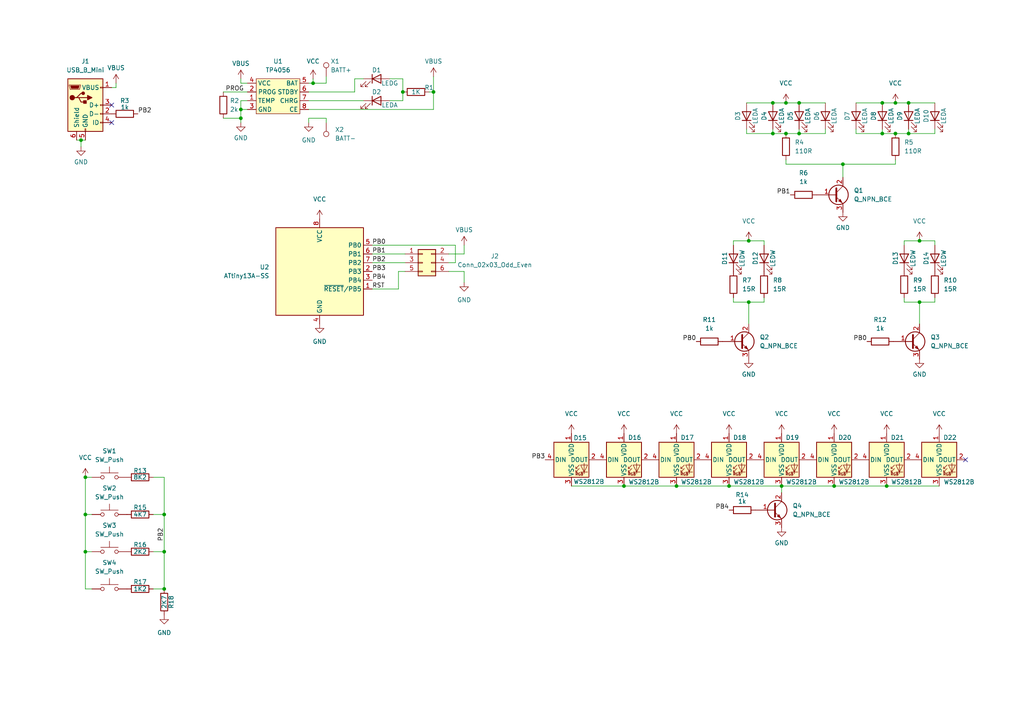
<source format=kicad_sch>
(kicad_sch (version 20211123) (generator eeschema)
  (paper "A4")
  (lib_symbols
    (symbol "BatteryProtection:TP4056"
      (property "Reference" "U" (at 0 0 0))
      (property "Value" "TP4056" (at 0 -1.27 0))
      (symbol "TP4056_0_1"
        (rectangle (start -6.35 -2.54) (end 6.35 -12.7) (fill (type background)))
      )
      (symbol "TP4056_1_1"
        (pin input line (at -8.89 -8.89 0) (length 2.54) (name "TEMP") (number "1"))
        (pin input line (at -8.89 -6.35 0) (length 2.54) (name "PROG") (number "2"))
        (pin power_in line (at -8.89 -11.43 0) (length 2.54) (name "GND") (number "3"))
        (pin power_in line (at -8.89 -3.81 0) (length 2.54) (name "VCC") (number "4"))
        (pin input line (at 8.89 -3.81 180) (length 2.54) (name "BAT") (number "5"))
        (pin input line (at 8.89 -6.35 180) (length 2.54) (name "STDBY") (number "6"))
        (pin input line (at 8.89 -8.89 180) (length 2.54) (name "CHRG") (number "7"))
        (pin input line (at 8.89 -11.43 180) (length 2.54) (name "CE") (number "8"))
      )
    )
    (symbol "Connector:TestPoint" (pin_numbers hide) (pin_names (offset 0.762) hide)
      (property "Reference" "TP" (at 0 6.858 0))
      (property "Value" "TestPoint" (at 0 5.08 0))
      (symbol "TestPoint_0_1"
        (circle (center 0 3.302) (radius 0.762))
      )
      (symbol "TestPoint_1_1"
        (pin passive line (at 0 0 90) (length 2.54) (name "1") (number "1"))
      )
    )
    (symbol "Connector:USB_B_Mini" (pin_names (offset 1.016))
      (property "Reference" "J1" (at 0 12.7 0))
      (property "Value" "USB_B_Mini" (at 0 10.16 0))
      (symbol "USB_B_Mini_0_1"
        (rectangle (start -5.08 -7.62) (end 5.08 7.62) (stroke (width 0.254)) (fill (type background)))
        (circle (center -3.81 2.159) (radius 0.635) (stroke (width 0.254)) (fill (type outline)))
        (circle (center -0.635 3.429) (radius 0.381) (stroke (width 0.254)) (fill (type outline)))
        (rectangle (start -0.127 -7.62) (end 0.127 -6.858))
        (polyline (pts (xy -1.905 2.159) (xy 0.635 2.159)) (stroke (width 0.254)))
        (polyline (pts (xy -3.175 2.159) (xy -2.54 2.159) (xy -1.27 3.429) (xy -0.635 3.429)) (stroke (width 0.254)))
        (polyline (pts (xy -2.54 2.159) (xy -1.905 2.159) (xy -1.27 0.889) (xy 0 0.889)) (stroke (width 0.254)))
        (polyline (pts (xy 0.635 2.794) (xy 0.635 1.524) (xy 1.905 2.159) (xy 0.635 2.794)) (stroke (width 0.254)) (fill (type outline)))
        (polyline (pts (xy -4.318 5.588) (xy -1.778 5.588) (xy -2.032 4.826) (xy -4.064 4.826) (xy -4.318 5.588)) (fill (type outline)))
        (polyline (pts (xy -4.699 5.842) (xy -4.699 5.588) (xy -4.445 4.826) (xy -4.445 4.572) (xy -1.651 4.572) (xy -1.651 4.826) (xy -1.397 5.588) (xy -1.397 5.842) (xy -4.699 5.842)))
        (rectangle (start 0.254 1.27) (end -0.508 0.508) (stroke (width 0.254)) (fill (type outline)))
        (rectangle (start 5.08 -5.207) (end 4.318 -4.953))
        (rectangle (start 5.08 -2.667) (end 4.318 -2.413))
        (rectangle (start 5.08 -0.127) (end 4.318 0.127))
        (rectangle (start 5.08 4.953) (end 4.318 5.207))
      )
      (symbol "USB_B_Mini_1_1"
        (pin power_out line (at 7.62 5.08 180) (length 2.54) (name "VBUS") (number "1"))
        (pin bidirectional line (at 7.62 -2.54 180) (length 2.54) (name "D-") (number "2"))
        (pin bidirectional line (at 7.62 0 180) (length 2.54) (name "D+") (number "3"))
        (pin passive line (at 7.62 -5.08 180) (length 2.54) (name "ID") (number "4"))
        (pin power_out line (at 0 -10.16 90) (length 2.54) (name "GND") (number "5"))
        (pin passive line (at -2.54 -10.16 90) (length 2.54) (name "Shield") (number "6"))
      )
    )
    (symbol "Connector_Generic:Conn_02x03_Odd_Even" (pin_names (offset 1.016) hide)
      (property "Reference" "J" (at 1.27 5.08 0))
      (property "Value" "Conn_02x03_Odd_Even" (at 1.27 -5.08 0))
      (symbol "Conn_02x03_Odd_Even_1_1"
        (rectangle (start -1.27 -2.413) (end 0 -2.667) (stroke (width 0.1524)))
        (rectangle (start -1.27 0.127) (end 0 -0.127) (stroke (width 0.1524)))
        (rectangle (start -1.27 2.667) (end 0 2.413) (stroke (width 0.1524)))
        (rectangle (start -1.27 3.81) (end 3.81 -3.81) (stroke (width 0.254)) (fill (type background)))
        (rectangle (start 3.81 -2.413) (end 2.54 -2.667) (stroke (width 0.1524)))
        (rectangle (start 3.81 0.127) (end 2.54 -0.127) (stroke (width 0.1524)))
        (rectangle (start 3.81 2.667) (end 2.54 2.413) (stroke (width 0.1524)))
        (pin passive line (at -5.08 2.54 0) (length 3.81) (name "Pin_1") (number "1"))
        (pin passive line (at 7.62 2.54 180) (length 3.81) (name "Pin_2") (number "2"))
        (pin passive line (at -5.08 0 0) (length 3.81) (name "Pin_3") (number "3"))
        (pin passive line (at 7.62 0 180) (length 3.81) (name "Pin_4") (number "4"))
        (pin passive line (at -5.08 -2.54 0) (length 3.81) (name "Pin_5") (number "5"))
        (pin passive line (at 7.62 -2.54 180) (length 3.81) (name "Pin_6") (number "6"))
      )
    )
    (symbol "Device:LED" (pin_numbers hide) (pin_names (offset 1.016) hide)
      (property "Reference" "D" (at 0 2.54 0))
      (property "Value" "LED" (at 0 -2.54 0))
      (symbol "LED_0_1"
        (polyline (pts (xy -1.27 -1.27) (xy -1.27 1.27)) (stroke (width 0.254)))
        (polyline (pts (xy -1.27 0) (xy 1.27 0)))
        (polyline (pts (xy 1.27 -1.27) (xy 1.27 1.27) (xy -1.27 0) (xy 1.27 -1.27)) (stroke (width 0.254)))
        (polyline (pts (xy -3.048 -0.762) (xy -4.572 -2.286) (xy -3.81 -2.286) (xy -4.572 -2.286) (xy -4.572 -1.524)))
        (polyline (pts (xy -1.778 -0.762) (xy -3.302 -2.286) (xy -2.54 -2.286) (xy -3.302 -2.286) (xy -3.302 -1.524)))
      )
      (symbol "LED_1_1"
        (pin passive line (at -3.81 0 0) (length 2.54) (name "K") (number "1"))
        (pin passive line (at 3.81 0 180) (length 2.54) (name "A") (number "2"))
      )
    )
    (symbol "Device:Q_NPN_BCE" (pin_names (offset 0) hide)
      (property "Reference" "Q" (at 5.08 1.27 0))
      (property "Value" "Q_NPN_BCE" (at 5.08 -1.27 0))
      (symbol "Q_NPN_BCE_0_1"
        (polyline (pts (xy 0.635 0.635) (xy 2.54 2.54)))
        (polyline (pts (xy 0.635 -0.635) (xy 2.54 -2.54) (xy 2.54 -2.54)))
        (polyline (pts (xy 0.635 1.905) (xy 0.635 -1.905) (xy 0.635 -1.905)) (stroke (width 0.508)))
        (polyline (pts (xy 1.27 -1.778) (xy 1.778 -1.27) (xy 2.286 -2.286) (xy 1.27 -1.778) (xy 1.27 -1.778)) (fill (type outline)))
        (circle (center 1.27 0) (radius 2.8194) (stroke (width 0.254)))
      )
      (symbol "Q_NPN_BCE_1_1"
        (pin input line (at -5.08 0 0) (length 5.715) (name "B") (number "1"))
        (pin passive line (at 2.54 5.08 270) (length 2.54) (name "C") (number "2"))
        (pin passive line (at 2.54 -5.08 90) (length 2.54) (name "E") (number "3"))
      )
    )
    (symbol "Device:R" (pin_numbers hide) (pin_names (offset 0))
      (property "Reference" "R" (at 2.032 0 90))
      (property "Value" "R" (at 0 0 90))
      (symbol "R_0_1"
        (rectangle (start -1.016 -2.54) (end 1.016 2.54) (stroke (width 0.254)))
      )
      (symbol "R_1_1"
        (pin passive line (at 0 3.81 270) (length 1.27) (name "~") (number "1"))
        (pin passive line (at 0 -3.81 90) (length 1.27) (name "~") (number "2"))
      )
    )
    (symbol "LED:WS2812B" (pin_names (offset 0.254))
      (property "Reference" "D" (at 5.08 5.715 0))
      (property "Value" "WS2812B" (at 1.27 -5.715 0))
      (symbol "WS2812B_0_0"
        (text "RGB" (at 2.286 -4.191 0) (effects (font (size 0.762 0.762))))
      )
      (symbol "WS2812B_0_1"
        (polyline (pts (xy 1.27 -3.556) (xy 1.778 -3.556)))
        (polyline (pts (xy 1.27 -2.54) (xy 1.778 -2.54)))
        (polyline (pts (xy 4.699 -3.556) (xy 2.667 -3.556)))
        (polyline (pts (xy 2.286 -2.54) (xy 1.27 -3.556) (xy 1.27 -3.048)))
        (polyline (pts (xy 2.286 -1.524) (xy 1.27 -2.54) (xy 1.27 -2.032)))
        (polyline (pts (xy 3.683 -1.016) (xy 3.683 -3.556) (xy 3.683 -4.064)))
        (polyline (pts (xy 4.699 -1.524) (xy 2.667 -1.524) (xy 3.683 -3.556) (xy 4.699 -1.524)))
        (rectangle (start 5.08 5.08) (end -5.08 -5.08) (stroke (width 0.254)) (fill (type background)))
      )
      (symbol "WS2812B_1_1"
        (pin power_in line (at 0 7.62 270) (length 2.54) (name "VDD") (number "1"))
        (pin output line (at 7.62 0 180) (length 2.54) (name "DOUT") (number "2"))
        (pin power_in line (at 0 -7.62 90) (length 2.54) (name "VSS") (number "3"))
        (pin input line (at -7.62 0 0) (length 2.54) (name "DIN") (number "4"))
      )
    )
    (symbol "MCU_Microchip_ATtiny:ATtiny13A-SS"
      (property "Reference" "U" (at -12.7 13.97 0))
      (property "Value" "ATtiny13A-SS" (at 2.54 -13.97 0))
      (symbol "ATtiny13A-SS_0_1"
        (rectangle (start -12.7 -12.7) (end 12.7 12.7) (stroke (width 0.254)) (fill (type background)))
      )
      (symbol "ATtiny13A-SS_1_1"
        (pin bidirectional line (at 15.24 -5.08 180) (length 2.54) (name "~{RESET}/PB5") (number "1"))
        (pin bidirectional line (at 15.24 0 180) (length 2.54) (name "PB3") (number "2"))
        (pin bidirectional line (at 15.24 -2.54 180) (length 2.54) (name "PB4") (number "3"))
        (pin power_in line (at 0 -15.24 90) (length 2.54) (name "GND") (number "4"))
        (pin bidirectional line (at 15.24 7.62 180) (length 2.54) (name "PB0") (number "5"))
        (pin bidirectional line (at 15.24 5.08 180) (length 2.54) (name "PB1") (number "6"))
        (pin bidirectional line (at 15.24 2.54 180) (length 2.54) (name "PB2") (number "7"))
        (pin power_in line (at 0 15.24 270) (length 2.54) (name "VCC") (number "8"))
      )
    )
    (symbol "Switch:SW_Push" (pin_numbers hide) (pin_names (offset 1.016) hide)
      (property "Reference" "SW" (at 1.27 2.54 0))
      (property "Value" "SW_Push" (at 0 -1.524 0))
      (symbol "SW_Push_0_1"
        (circle (center -2.032 0) (radius 0.508))
        (polyline (pts (xy 0 1.27) (xy 0 3.048)))
        (polyline (pts (xy 2.54 1.27) (xy -2.54 1.27)))
        (circle (center 2.032 0) (radius 0.508))
        (pin passive line (at -5.08 0 0) (length 2.54) (name "1") (number "1"))
        (pin passive line (at 5.08 0 180) (length 2.54) (name "2") (number "2"))
      )
    )
    (symbol "power:GND" (power) (pin_names (offset 0))
      (property "Value" "GND" (at 0 -3.81 0))
      (symbol "GND_0_1"
        (polyline (pts (xy 0 0) (xy 0 -1.27) (xy 1.27 -1.27) (xy 0 -2.54) (xy -1.27 -1.27) (xy 0 -1.27)))
      )
      (symbol "GND_1_1"
        (pin power_in line (at 0 0 270) (length 0) hide (name "GND") (number "1"))
      )
    )
    (symbol "power:VBUS" (power) (pin_names (offset 0))
      (property "Value" "VBUS" (at 0 3.81 0))
      (symbol "VBUS_0_1"
        (polyline (pts (xy -0.762 1.27) (xy 0 2.54)))
        (polyline (pts (xy 0 0) (xy 0 2.54)))
        (polyline (pts (xy 0 2.54) (xy 0.762 1.27)))
      )
      (symbol "VBUS_1_1"
        (pin power_in line (at 0 0 90) (length 0) hide (name "VBUS") (number "1"))
      )
    )
    (symbol "power:VCC" (power) (pin_names (offset 0))
      (property "Value" "VCC" (at 0 3.81 0))
      (symbol "VCC_0_1"
        (polyline (pts (xy -0.762 1.27) (xy 0 2.54)))
        (polyline (pts (xy 0 0) (xy 0 2.54)))
        (polyline (pts (xy 0 2.54) (xy 0.762 1.27)))
      )
      (symbol "VCC_1_1"
        (pin power_in line (at 0 0 90) (length 0) hide (name "VCC") (number "1"))
      )
    )
  )
  (junction (at 244.475 47.625))
  (junction (at 255.905 29.845))
  (junction (at 224.155 38.735))
  (junction (at 69.85 31.75))
  (junction (at 231.775 38.735))
  (junction (at 180.975 140.97))
  (junction (at 241.935 140.97))
  (junction (at 217.17 69.85))
  (junction (at 23.495 40.64))
  (junction (at 47.625 149.225))
  (junction (at 227.965 38.735))
  (junction (at 24.765 160.02))
  (junction (at 125.73 26.67))
  (junction (at 255.905 38.735))
  (junction (at 266.7 87.63))
  (junction (at 211.455 140.97))
  (junction (at 24.765 138.43))
  (junction (at 263.525 29.845))
  (junction (at 217.17 87.63))
  (junction (at 259.715 38.735))
  (junction (at 231.775 29.845))
  (junction (at 257.175 140.97))
  (junction (at 224.155 29.845))
  (junction (at 259.715 29.845))
  (junction (at 47.625 160.02))
  (junction (at 196.215 140.97))
  (junction (at 116.84 26.67))
  (junction (at 226.695 140.97))
  (junction (at 69.85 34.29))
  (junction (at 24.765 149.225))
  (junction (at 263.525 38.735))
  (junction (at 47.625 170.815))
  (junction (at 90.805 24.13))
  (junction (at 266.7 69.85))
  (junction (at 227.965 29.845))
  (no_connect (at 280.035 133.35))
  (no_connect (at 32.385 35.56))
  (no_connect (at 32.385 30.48))
  (wire (pts (xy 217.17 69.85) (xy 221.615 69.85)))
  (wire (pts (xy 22.225 40.64) (xy 23.495 40.64)))
  (wire (pts (xy 227.965 46.355) (xy 227.965 47.625)))
  (wire (pts (xy 107.95 76.2) (xy 117.475 76.2)))
  (wire (pts (xy 224.155 38.735) (xy 227.965 38.735)))
  (wire (pts (xy 47.625 138.43) (xy 47.625 149.225)))
  (wire (pts (xy 226.695 140.97) (xy 241.935 140.97)))
  (wire (pts (xy 64.77 26.67) (xy 71.755 26.67)))
  (wire (pts (xy 90.805 24.13) (xy 94.615 24.13)))
  (wire (pts (xy 116.84 22.86) (xy 116.84 26.67)))
  (wire (pts (xy 44.45 149.225) (xy 47.625 149.225)))
  (wire (pts (xy 94.615 24.13) (xy 94.615 22.225)))
  (wire (pts (xy 64.77 34.29) (xy 69.85 34.29)))
  (wire (pts (xy 24.765 170.815) (xy 24.765 160.02)))
  (wire (pts (xy 89.535 29.21) (xy 105.41 29.21)))
  (wire (pts (xy 262.255 69.85) (xy 266.7 69.85)))
  (wire (pts (xy 263.525 29.845) (xy 271.145 29.845)))
  (wire (pts (xy 224.155 29.845) (xy 227.965 29.845)))
  (wire (pts (xy 226.695 140.97) (xy 226.695 142.875)))
  (wire (pts (xy 255.905 29.845) (xy 259.715 29.845)))
  (wire (pts (xy 117.475 78.74) (xy 115.57 78.74)))
  (wire (pts (xy 216.535 29.845) (xy 224.155 29.845)))
  (wire (pts (xy 244.475 47.625) (xy 259.715 47.625)))
  (wire (pts (xy 217.17 87.63) (xy 217.17 93.98)))
  (wire (pts (xy 259.715 29.845) (xy 263.525 29.845)))
  (wire (pts (xy 266.7 69.85) (xy 271.145 69.85)))
  (wire (pts (xy 221.615 87.63) (xy 221.615 86.36)))
  (wire (pts (xy 71.755 31.75) (xy 69.85 31.75)))
  (wire (pts (xy 107.95 71.12) (xy 132.08 71.12)))
  (wire (pts (xy 24.765 149.225) (xy 24.765 138.43)))
  (wire (pts (xy 69.85 22.86) (xy 69.85 24.13)))
  (wire (pts (xy 255.905 38.735) (xy 259.715 38.735)))
  (wire (pts (xy 94.615 34.29) (xy 89.535 34.29)))
  (wire (pts (xy 216.535 38.735) (xy 224.155 38.735)))
  (wire (pts (xy 89.535 34.29) (xy 89.535 35.56)))
  (wire (pts (xy 26.67 170.815) (xy 24.765 170.815)))
  (wire (pts (xy 23.495 40.64) (xy 24.765 40.64)))
  (wire (pts (xy 24.765 138.43) (xy 26.67 138.43)))
  (wire (pts (xy 116.84 29.21) (xy 116.84 26.67)))
  (wire (pts (xy 132.08 76.2) (xy 132.08 71.12)))
  (wire (pts (xy 231.775 37.465) (xy 231.775 38.735)))
  (wire (pts (xy 263.525 37.465) (xy 263.525 38.735)))
  (wire (pts (xy 248.285 37.465) (xy 248.285 38.735)))
  (wire (pts (xy 69.85 29.21) (xy 69.85 31.75)))
  (wire (pts (xy 262.255 87.63) (xy 266.7 87.63)))
  (wire (pts (xy 130.175 76.2) (xy 132.08 76.2)))
  (wire (pts (xy 33.655 24.13) (xy 33.655 25.4)))
  (wire (pts (xy 262.255 86.36) (xy 262.255 87.63)))
  (wire (pts (xy 130.175 73.66) (xy 134.62 73.66)))
  (wire (pts (xy 263.525 38.735) (xy 271.145 38.735)))
  (wire (pts (xy 113.03 29.21) (xy 116.84 29.21)))
  (wire (pts (xy 71.755 29.21) (xy 69.85 29.21)))
  (wire (pts (xy 259.715 38.735) (xy 263.525 38.735)))
  (wire (pts (xy 26.67 160.02) (xy 24.765 160.02)))
  (wire (pts (xy 259.715 47.625) (xy 259.715 46.355)))
  (wire (pts (xy 107.95 73.66) (xy 117.475 73.66)))
  (wire (pts (xy 231.775 38.735) (xy 239.395 38.735)))
  (wire (pts (xy 266.7 87.63) (xy 271.145 87.63)))
  (wire (pts (xy 239.395 38.735) (xy 239.395 37.465)))
  (wire (pts (xy 44.45 138.43) (xy 47.625 138.43)))
  (wire (pts (xy 90.805 22.86) (xy 90.805 24.13)))
  (wire (pts (xy 24.765 149.225) (xy 26.67 149.225)))
  (wire (pts (xy 130.175 78.74) (xy 134.62 78.74)))
  (wire (pts (xy 124.46 26.67) (xy 125.73 26.67)))
  (wire (pts (xy 24.765 160.02) (xy 24.765 149.225)))
  (wire (pts (xy 227.965 38.735) (xy 231.775 38.735)))
  (wire (pts (xy 180.975 140.97) (xy 196.215 140.97)))
  (wire (pts (xy 125.73 22.225) (xy 125.73 26.67)))
  (wire (pts (xy 212.725 71.12) (xy 212.725 69.85)))
  (wire (pts (xy 69.85 24.13) (xy 71.755 24.13)))
  (wire (pts (xy 44.45 170.815) (xy 47.625 170.815)))
  (wire (pts (xy 217.17 87.63) (xy 221.615 87.63)))
  (wire (pts (xy 196.215 140.97) (xy 211.455 140.97)))
  (wire (pts (xy 216.535 37.465) (xy 216.535 38.735)))
  (wire (pts (xy 212.725 86.36) (xy 212.725 87.63)))
  (wire (pts (xy 94.615 35.56) (xy 94.615 34.29)))
  (wire (pts (xy 248.285 29.845) (xy 255.905 29.845)))
  (wire (pts (xy 271.145 69.85) (xy 271.145 71.12)))
  (wire (pts (xy 212.725 87.63) (xy 217.17 87.63)))
  (wire (pts (xy 266.7 87.63) (xy 266.7 93.98)))
  (wire (pts (xy 115.57 83.82) (xy 107.95 83.82)))
  (wire (pts (xy 115.57 78.74) (xy 115.57 83.82)))
  (wire (pts (xy 33.655 25.4) (xy 32.385 25.4)))
  (wire (pts (xy 221.615 69.85) (xy 221.615 71.12)))
  (wire (pts (xy 165.735 140.97) (xy 180.975 140.97)))
  (wire (pts (xy 89.535 26.67) (xy 102.87 26.67)))
  (wire (pts (xy 257.175 140.97) (xy 272.415 140.97)))
  (wire (pts (xy 134.62 73.66) (xy 134.62 71.12)))
  (wire (pts (xy 262.255 71.12) (xy 262.255 69.85)))
  (wire (pts (xy 244.475 47.625) (xy 244.475 51.435)))
  (wire (pts (xy 227.965 29.845) (xy 231.775 29.845)))
  (wire (pts (xy 227.965 47.625) (xy 244.475 47.625)))
  (wire (pts (xy 212.725 69.85) (xy 217.17 69.85)))
  (wire (pts (xy 231.775 29.845) (xy 239.395 29.845)))
  (wire (pts (xy 271.145 87.63) (xy 271.145 86.36)))
  (wire (pts (xy 248.285 38.735) (xy 255.905 38.735)))
  (wire (pts (xy 44.45 160.02) (xy 47.625 160.02)))
  (wire (pts (xy 102.87 22.86) (xy 105.41 22.86)))
  (wire (pts (xy 134.62 78.74) (xy 134.62 81.915)))
  (wire (pts (xy 47.625 149.225) (xy 47.625 160.02)))
  (wire (pts (xy 255.905 37.465) (xy 255.905 38.735)))
  (wire (pts (xy 69.85 31.75) (xy 69.85 34.29)))
  (wire (pts (xy 271.145 38.735) (xy 271.145 37.465)))
  (wire (pts (xy 90.805 24.13) (xy 89.535 24.13)))
  (wire (pts (xy 224.155 37.465) (xy 224.155 38.735)))
  (wire (pts (xy 113.03 22.86) (xy 116.84 22.86)))
  (wire (pts (xy 211.455 140.97) (xy 226.695 140.97)))
  (wire (pts (xy 125.73 26.67) (xy 125.73 31.75)))
  (wire (pts (xy 241.935 140.97) (xy 257.175 140.97)))
  (wire (pts (xy 89.535 31.75) (xy 125.73 31.75)))
  (wire (pts (xy 23.495 40.64) (xy 23.495 42.545)))
  (wire (pts (xy 102.87 26.67) (xy 102.87 22.86)))
  (wire (pts (xy 69.85 34.29) (xy 69.85 35.56)))
  (wire (pts (xy 47.625 160.02) (xy 47.625 170.815)))
  (label "PB2" (at 40.005 33.02 0))
  (label "PB0" (at 107.95 71.12 0))
  (label "PB0" (at 251.46 99.06 180))
  (label "PB2" (at 47.625 153.035 270))
  (label "PROG" (at 65.405 26.67 0))
  (label "PB4" (at 107.95 81.28 0))
  (label "PB3" (at 158.115 133.35 180))
  (label "PB0" (at 201.93 99.06 180))
  (label "PB3" (at 107.95 78.74 0))
  (label "RST" (at 107.95 83.82 0))
  (label "PB1" (at 107.95 73.66 0))
  (label "PB2" (at 107.95 76.2 0))
  (label "PB4" (at 211.455 147.955 180))
  (label "PB1" (at 229.235 56.515 180))
  (symbol (lib_id "Device:LED") (at 271.145 33.655 90) (unit 1)
    (property "Reference" "D10" (at 268.605 33.655 0))
    (property "Value" "LEDA" (at 273.685 33.655 0))
    (property "Footprint" "LED_SMD:LED_0805_2012Metric_Pad1.15x1.40mm_HandSolder" (effects hide))
    (property "Datasheet" "https://www.lcsc.com/product-detail/Light-Emitting-Diodes-LED_Everlight-Elec-17-21SURC-S530-A3-4T_C2943978.html" (effects hide))
    (property "Price" "0.017" (effects hide))
  )
  (symbol (lib_id "power:GND") (at 244.475 61.595 0) (unit 1)
    (property "Reference" "#PWR010" (effects hide))
    (property "Value" "GND" (at 244.475 66.04 0))
  )
  (symbol (lib_id "Device:LED") (at 221.615 74.93 90) (unit 1)
    (property "Reference" "D12" (at 219.075 74.93 0))
    (property "Value" "LEDW" (at 224.155 74.93 0))
    (property "Footprint" "LED_SMD:LED_PLCC-2" (effects hide))
    (property "Datasheet" "https://www.lcsc.com/product-detail/Light-Emitting-Diodes-LED_Everlight-Elec-67-21S-KK5C-H302433Z6-2T_C694704.html" (effects hide))
    (property "Price" "0.010" (effects hide))
  )
  (symbol (lib_id "LED:WS2812B") (at 211.455 133.35 0) (unit 1)
    (property "Reference" "D18" (at 216.535 127.635 0) (effects (justify right bottom)))
    (property "Value" "WS2812B" (at 212.725 139.065 0) (effects (justify left top)))
    (property "Footprint" "LED_SMD:LED_WS2812B_PLCC4_5.0x5.0mm_P3.2mm" (effects hide))
    (property "Datasheet" "https://cdn-shop.adafruit.com/datasheets/WS2812B.pdf" (effects hide))
    (property "Price" "0.047" (effects hide))
  )
  (symbol (lib_id "Device:R") (at 259.715 42.545 180) (unit 1)
    (property "Reference" "R5" (at 262.255 41.2749 0) (effects (justify right)))
    (property "Value" "110R" (at 262.255 43.8149 0) (effects (justify right)))
    (property "Footprint" "Resistor_SMD:R_1206_3216Metric_Pad1.30x1.75mm_HandSolder" (effects hide))
    (property "Datasheet" "https://www.lcsc.com/product-detail/Chip-Resistor-Surface-Mount_FOJAN-FRC1206J111TSD_C2930344.html" (effects hide))
    (property "Price" "0.0021" (effects hide))
  )
  (symbol (lib_id "Connector_Generic:Conn_02x03_Odd_Even") (at 122.555 76.2 0) (unit 1)
    (property "Reference" "J2" (at 143.51 74.295 0))
    (property "Value" "Conn_02x03_Odd_Even" (at 143.51 76.835 0))
    (property "Footprint" "Connector_PinHeader_2.54mm:PinHeader_2x03_P2.54mm_Vertical" (effects hide))
    (property "Price" "0" (effects hide))
  )
  (symbol (lib_id "Device:R") (at 40.64 149.225 90) (unit 1)
    (property "Reference" "R15" (at 40.64 147.193 90))
    (property "Value" "4K7" (at 40.64 149.225 90))
    (property "Footprint" "Resistor_SMD:R_1206_3216Metric_Pad1.30x1.75mm_HandSolder" (effects hide))
    (property "Price" "0.0021" (effects hide))
  )
  (symbol (lib_id "power:VCC") (at 227.965 29.845 0) (unit 1)
    (property "Reference" "#PWR05" (effects hide))
    (property "Value" "VCC" (at 227.965 24.13 0))
  )
  (symbol (lib_id "power:VBUS") (at 125.73 22.225 0) (unit 1)
    (property "Reference" "#PWR01" (effects hide))
    (property "Value" "VBUS" (at 125.73 17.78 0))
  )
  (symbol (lib_id "Device:R") (at 215.265 147.955 90) (unit 1)
    (property "Reference" "R14" (at 215.265 143.51 90))
    (property "Value" "1k" (at 215.265 145.415 90))
    (property "Footprint" "Resistor_SMD:R_1206_3216Metric_Pad1.30x1.75mm_HandSolder" (effects hide))
    (property "Price" "0.0021" (effects hide))
  )
  (symbol (lib_id "Device:R") (at 36.195 33.02 90) (unit 1)
    (property "Reference" "R3" (at 36.195 29.21 90))
    (property "Value" "1k" (at 36.195 31.115 90))
    (property "Footprint" "Resistor_SMD:R_1206_3216Metric_Pad1.30x1.75mm_HandSolder" (effects hide))
    (property "Price" "0.0021" (effects hide))
  )
  (symbol (lib_id "Device:R") (at 205.74 99.06 90) (unit 1)
    (property "Reference" "R11" (at 205.74 92.71 90))
    (property "Value" "1k" (at 205.74 95.25 90))
    (property "Footprint" "Resistor_SMD:R_1206_3216Metric_Pad1.30x1.75mm_HandSolder" (effects hide))
    (property "Price" "0.0021" (effects hide))
  )
  (symbol (lib_id "LED:WS2812B") (at 241.935 133.35 0) (unit 1)
    (property "Reference" "D20" (at 247.015 127.635 0) (effects (justify right bottom)))
    (property "Value" "WS2812B" (at 243.205 139.065 0) (effects (justify left top)))
    (property "Footprint" "LED_SMD:LED_WS2812B_PLCC4_5.0x5.0mm_P3.2mm" (effects hide))
    (property "Datasheet" "https://cdn-shop.adafruit.com/datasheets/WS2812B.pdf" (effects hide))
    (property "Price" "0.047" (effects hide))
  )
  (symbol (lib_id "Device:R") (at 233.045 56.515 90) (unit 1)
    (property "Reference" "R6" (at 233.045 50.165 90))
    (property "Value" "1k" (at 233.045 52.705 90))
    (property "Footprint" "Resistor_SMD:R_1206_3216Metric_Pad1.30x1.75mm_HandSolder" (effects hide))
    (property "Price" "0.0021" (effects hide))
  )
  (symbol (lib_id "Device:R") (at 212.725 82.55 180) (unit 1)
    (property "Reference" "R7" (at 215.265 81.2799 0) (effects (justify right)))
    (property "Value" "15R" (at 215.265 83.8199 0) (effects (justify right)))
    (property "Footprint" "Resistor_SMD:R_1206_3216Metric_Pad1.30x1.75mm_HandSolder" (effects hide))
    (property "Datasheet" "https://www.lcsc.com/product-detail/Chip-Resistor-Surface-Mount_FOJAN-FRC1206J150TSD_C2930350.html" (effects hide))
    (property "Price" "0.0021" (effects hide))
  )
  (symbol (lib_id "power:GND") (at 217.17 104.14 0) (unit 1)
    (property "Reference" "#PWR017" (effects hide))
    (property "Value" "GND" (at 217.17 108.585 0))
  )
  (symbol (lib_id "power:GND") (at 92.71 93.98 0) (unit 1)
    (property "Reference" "#PWR016" (effects hide))
    (property "Value" "GND" (at 92.71 99.06 0))
  )
  (symbol (lib_id "LED:WS2812B") (at 196.215 133.35 0) (unit 1)
    (property "Reference" "D17" (at 201.295 127.635 0) (effects (justify right bottom)))
    (property "Value" "WS2812B" (at 197.485 139.065 0) (effects (justify left top)))
    (property "Footprint" "LED_SMD:LED_WS2812B_PLCC4_5.0x5.0mm_P3.2mm" (effects hide))
    (property "Datasheet" "https://cdn-shop.adafruit.com/datasheets/WS2812B.pdf" (effects hide))
    (property "Price" "0.047" (effects hide))
  )
  (symbol (lib_id "power:VCC") (at 92.71 63.5 0) (unit 1)
    (property "Reference" "#PWR011" (effects hide))
    (property "Value" "VCC" (at 92.71 57.785 0))
  )
  (symbol (lib_id "power:GND") (at 47.625 178.435 0) (unit 1)
    (property "Reference" "#PWR029" (effects hide))
    (property "Value" "GND" (at 47.625 183.515 0))
  )
  (symbol (lib_id "Device:LED") (at 109.22 22.86 0) (unit 1)
    (property "Reference" "D1" (at 109.22 20.32 0))
    (property "Value" "LEDG" (at 113.03 24.13 0))
    (property "Footprint" "LED_SMD:LED_0805_2012Metric_Pad1.15x1.40mm_HandSolder" (effects hide))
    (property "Datasheet" "https://www.lcsc.com/product-detail/Light-Emitting-Diodes-LED_Everlight-Elec-17-21SURC-S530-A3-4T_C2943978.html" (effects hide))
    (property "Price" "0.017" (effects hide))
  )
  (symbol (lib_id "Device:LED") (at 224.155 33.655 90) (unit 1)
    (property "Reference" "D4" (at 221.615 33.655 0))
    (property "Value" "LEDA" (at 226.695 33.655 0))
    (property "Footprint" "LED_SMD:LED_0805_2012Metric_Pad1.15x1.40mm_HandSolder" (effects hide))
    (property "Datasheet" "https://www.lcsc.com/product-detail/Light-Emitting-Diodes-LED_Everlight-Elec-17-21SURC-S530-A3-4T_C2943978.html" (effects hide))
    (property "Price" "0.017" (effects hide))
  )
  (symbol (lib_id "power:GND") (at 69.85 35.56 0) (unit 1)
    (property "Reference" "#PWR07" (effects hide))
    (property "Value" "GND" (at 69.85 40.005 0))
  )
  (symbol (lib_id "Device:Q_NPN_BCE") (at 214.63 99.06 0) (unit 1)
    (property "Reference" "Q2" (at 220.345 97.7899 0) (effects (justify left)))
    (property "Value" "Q_NPN_BCE" (at 220.345 100.3299 0) (effects (justify left)))
    (property "Footprint" "Package_TO_SOT_SMD:SOT-23" (effects hide))
    (property "Datasheet" "https://www.lcsc.com/product-detail/Bipolar-Transistors-BJT_TWGMC-S9013_C727139.html" (effects hide))
    (property "Price" "0.007" (effects hide))
  )
  (symbol (lib_id "Device:LED") (at 212.725 74.93 90) (unit 1)
    (property "Reference" "D11" (at 210.185 74.93 0))
    (property "Value" "LEDW" (at 215.265 74.93 0))
    (property "Footprint" "LED_SMD:LED_PLCC-2" (effects hide))
    (property "Datasheet" "https://www.lcsc.com/product-detail/Light-Emitting-Diodes-LED_Everlight-Elec-67-21S-KK5C-H302433Z6-2T_C694704.html" (effects hide))
    (property "Price" "0.010" (effects hide))
  )
  (symbol (lib_id "Switch:SW_Push") (at 31.75 170.815 0) (unit 1)
    (property "Reference" "SW4" (at 31.75 163.195 0))
    (property "Value" "SW_Push" (at 31.75 165.735 0))
    (property "Footprint" "Button_Switch_SMD:SW_SPST_CK_RS282G05A3" (effects hide))
    (property "Datasheet" "https://www.lcsc.com/product-detail/Tactile-Switches_XKB-Connectivity-TS-1101-C-W_C318938.html" (effects hide))
    (property "Price" "0.028" (effects hide))
  )
  (symbol (lib_id "Device:LED") (at 271.145 74.93 90) (unit 1)
    (property "Reference" "D14" (at 268.605 74.93 0))
    (property "Value" "LEDW" (at 273.685 74.93 0))
    (property "Footprint" "LED_SMD:LED_PLCC-2" (effects hide))
    (property "Datasheet" "https://www.lcsc.com/product-detail/Light-Emitting-Diodes-LED_Everlight-Elec-67-21S-KK5C-H302433Z6-2T_C694704.html" (effects hide))
    (property "Price" "0.010" (effects hide))
  )
  (symbol (lib_id "power:VCC") (at 90.805 22.86 0) (unit 1)
    (property "Reference" "#PWR03" (effects hide))
    (property "Value" "VCC" (at 90.805 17.78 0))
  )
  (symbol (lib_id "LED:WS2812B") (at 165.735 133.35 0) (unit 1)
    (property "Reference" "D15" (at 168.275 127 0))
    (property "Value" "WS2812B" (at 170.815 139.7 0))
    (property "Footprint" "LED_SMD:LED_WS2812B_PLCC4_5.0x5.0mm_P3.2mm" (effects hide))
    (property "Datasheet" "https://cdn-shop.adafruit.com/datasheets/WS2812B.pdf" (effects hide))
    (property "Price" "0.047" (effects hide))
  )
  (symbol (lib_id "power:GND") (at 89.535 35.56 0) (mirror y) (unit 1)
    (property "Reference" "#PWR08" (effects hide))
    (property "Value" "GND" (at 89.535 40.64 0))
  )
  (symbol (lib_id "Device:Q_NPN_BCE") (at 264.16 99.06 0) (unit 1)
    (property "Reference" "Q3" (at 269.875 97.7899 0) (effects (justify left)))
    (property "Value" "Q_NPN_BCE" (at 269.875 100.3299 0) (effects (justify left)))
    (property "Footprint" "Package_TO_SOT_SMD:SOT-23" (effects hide))
    (property "Datasheet" "https://www.lcsc.com/product-detail/Bipolar-Transistors-BJT_TWGMC-S9013_C727139.html" (effects hide))
    (property "Price" "0.007" (effects hide))
  )
  (symbol (lib_id "power:VCC") (at 272.415 125.73 0) (unit 1)
    (property "Reference" "#PWR026" (effects hide))
    (property "Value" "VCC" (at 272.415 120.015 0))
  )
  (symbol (lib_id "Switch:SW_Push") (at 31.75 138.43 0) (unit 1)
    (property "Reference" "SW1" (at 31.75 130.81 0))
    (property "Value" "SW_Push" (at 31.75 133.35 0))
    (property "Footprint" "Button_Switch_SMD:SW_SPST_CK_RS282G05A3" (effects hide))
    (property "Datasheet" "https://www.lcsc.com/product-detail/Tactile-Switches_XKB-Connectivity-TS-1101-C-W_C318938.html" (effects hide))
    (property "Price" "0.028" (effects hide))
  )
  (symbol (lib_id "power:VBUS") (at 69.85 22.86 0) (unit 1)
    (property "Reference" "#PWR02" (effects hide))
    (property "Value" "VBUS" (at 69.85 18.415 0))
  )
  (symbol (lib_id "Connector:USB_B_Mini") (at 24.765 30.48 0) (unit 1)
    (property "Reference" "J1" (at 24.765 17.78 0))
    (property "Value" "USB_B_Mini" (at 24.765 20.32 0))
    (property "Footprint" "Connector_USB:USB_Mini-B_Lumberg_2486_01_Horizontal" (effects hide))
    (property "Datasheet" "https://www.lcsc.com/product-detail/USB-Connectors_SHOU-HAN-MINI-5PTP_C2681563.html" (effects hide))
    (property "Price" "0.055" (effects hide))
  )
  (symbol (lib_id "Device:LED") (at 255.905 33.655 90) (unit 1)
    (property "Reference" "D8" (at 253.365 33.655 0))
    (property "Value" "LEDA" (at 258.445 33.655 0))
    (property "Footprint" "LED_SMD:LED_0805_2012Metric_Pad1.15x1.40mm_HandSolder" (effects hide))
    (property "Datasheet" "https://www.lcsc.com/product-detail/Light-Emitting-Diodes-LED_Everlight-Elec-17-21SURC-S530-A3-4T_C2943978.html" (effects hide))
    (property "Price" "0.017" (effects hide))
  )
  (symbol (lib_id "Connector:TestPoint") (at 94.615 22.225 0) (unit 1)
    (property "Reference" "X1" (at 95.885 17.78 0) (effects (justify left)))
    (property "Value" "BATT+" (at 95.885 20.32 0) (effects (justify left)))
    (property "Footprint" "TestPoint:TestPoint_Keystone_5015_Micro-Minature" (effects hide))
    (property "Price" "0" (effects hide))
  )
  (symbol (lib_id "power:VCC") (at 266.7 69.85 0) (unit 1)
    (property "Reference" "#PWR013" (effects hide))
    (property "Value" "VCC" (at 266.7 64.135 0))
  )
  (symbol (lib_id "Device:LED") (at 231.775 33.655 90) (unit 1)
    (property "Reference" "D5" (at 229.235 33.655 0))
    (property "Value" "LEDA" (at 234.315 33.655 0))
    (property "Footprint" "LED_SMD:LED_0805_2012Metric_Pad1.15x1.40mm_HandSolder" (effects hide))
    (property "Datasheet" "https://www.lcsc.com/product-detail/Light-Emitting-Diodes-LED_Everlight-Elec-17-21SURC-S530-A3-4T_C2943978.html" (effects hide))
    (property "Price" "0.017" (effects hide))
  )
  (symbol (lib_id "Device:R") (at 262.255 82.55 180) (unit 1)
    (property "Reference" "R9" (at 264.795 81.2799 0) (effects (justify right)))
    (property "Value" "15R" (at 264.795 83.8199 0) (effects (justify right)))
    (property "Footprint" "Resistor_SMD:R_1206_3216Metric_Pad1.30x1.75mm_HandSolder" (effects hide))
    (property "Datasheet" "https://www.lcsc.com/product-detail/Chip-Resistor-Surface-Mount_FOJAN-FRC1206J150TSD_C2930350.html" (effects hide))
    (property "Price" "0.0021" (effects hide))
  )
  (symbol (lib_id "power:VCC") (at 211.455 125.73 0) (unit 1)
    (property "Reference" "#PWR022" (effects hide))
    (property "Value" "VCC" (at 211.455 120.015 0))
  )
  (symbol (lib_id "Device:R") (at 255.27 99.06 90) (unit 1)
    (property "Reference" "R12" (at 255.27 92.71 90))
    (property "Value" "1k" (at 255.27 95.25 90))
    (property "Footprint" "Resistor_SMD:R_1206_3216Metric_Pad1.30x1.75mm_HandSolder" (effects hide))
    (property "Price" "0.0021" (effects hide))
  )
  (symbol (lib_id "power:VCC") (at 241.935 125.73 0) (unit 1)
    (property "Reference" "#PWR024" (effects hide))
    (property "Value" "VCC" (at 241.935 120.015 0))
  )
  (symbol (lib_id "Device:R") (at 47.625 174.625 0) (unit 1)
    (property "Reference" "R18" (at 49.657 174.625 90))
    (property "Value" "2K7" (at 47.625 174.625 90))
    (property "Footprint" "Resistor_SMD:R_1206_3216Metric_Pad1.30x1.75mm_HandSolder" (effects hide))
    (property "Price" "0.0021" (effects hide))
  )
  (symbol (lib_id "Device:LED") (at 262.255 74.93 90) (unit 1)
    (property "Reference" "D13" (at 259.715 74.93 0))
    (property "Value" "LEDW" (at 264.795 74.93 0))
    (property "Footprint" "LED_SMD:LED_PLCC-2" (effects hide))
    (property "Datasheet" "https://www.lcsc.com/product-detail/Light-Emitting-Diodes-LED_Everlight-Elec-67-21S-KK5C-H302433Z6-2T_C694704.html" (effects hide))
    (property "Price" "0.010" (effects hide))
  )
  (symbol (lib_id "power:VBUS") (at 134.62 71.12 0) (unit 1)
    (property "Reference" "#PWR014" (effects hide))
    (property "Value" "VBUS" (at 134.62 66.675 0))
  )
  (symbol (lib_id "power:VCC") (at 226.695 125.73 0) (unit 1)
    (property "Reference" "#PWR023" (effects hide))
    (property "Value" "VCC" (at 226.695 120.015 0))
  )
  (symbol (lib_id "power:VCC") (at 217.17 69.85 0) (unit 1)
    (property "Reference" "#PWR012" (effects hide))
    (property "Value" "VCC" (at 217.17 64.135 0))
  )
  (symbol (lib_id "Device:R") (at 40.64 170.815 90) (unit 1)
    (property "Reference" "R17" (at 40.64 168.783 90))
    (property "Value" "1K2" (at 40.64 170.815 90))
    (property "Footprint" "Resistor_SMD:R_1206_3216Metric_Pad1.30x1.75mm_HandSolder" (effects hide))
    (property "Price" "0.0021" (effects hide))
  )
  (symbol (lib_id "Device:R") (at 227.965 42.545 180) (unit 1)
    (property "Reference" "R4" (at 230.505 41.2749 0) (effects (justify right)))
    (property "Value" "110R" (at 230.505 43.8149 0) (effects (justify right)))
    (property "Footprint" "Resistor_SMD:R_1206_3216Metric_Pad1.30x1.75mm_HandSolder" (effects hide))
    (property "Datasheet" "https://www.lcsc.com/product-detail/Chip-Resistor-Surface-Mount_FOJAN-FRC1206J111TSD_C2930344.html" (effects hide))
    (property "Price" "0.0021" (effects hide))
  )
  (symbol (lib_id "power:GND") (at 266.7 104.14 0) (unit 1)
    (property "Reference" "#PWR018" (effects hide))
    (property "Value" "GND" (at 266.7 108.585 0))
  )
  (symbol (lib_id "Switch:SW_Push") (at 31.75 160.02 0) (unit 1)
    (property "Reference" "SW3" (at 31.75 152.4 0))
    (property "Value" "SW_Push" (at 31.75 154.94 0))
    (property "Footprint" "Button_Switch_SMD:SW_SPST_CK_RS282G05A3" (effects hide))
    (property "Datasheet" "https://www.lcsc.com/product-detail/Tactile-Switches_XKB-Connectivity-TS-1101-C-W_C318938.html" (effects hide))
    (property "Price" "0.028" (effects hide))
  )
  (symbol (lib_id "Device:Q_NPN_BCE") (at 224.155 147.955 0) (unit 1)
    (property "Reference" "Q4" (at 229.87 146.6849 0) (effects (justify left)))
    (property "Value" "Q_NPN_BCE" (at 229.87 149.2249 0) (effects (justify left)))
    (property "Footprint" "Package_TO_SOT_SMD:SOT-23" (effects hide))
    (property "Datasheet" "https://www.lcsc.com/product-detail/Bipolar-Transistors-BJT_TWGMC-S9013_C727139.html" (effects hide))
    (property "Price" "0.007" (effects hide))
  )
  (symbol (lib_id "Connector:TestPoint") (at 94.615 35.56 180) (unit 1)
    (property "Reference" "X2" (at 97.155 37.5919 0) (effects (justify right)))
    (property "Value" "BATT-" (at 97.155 40.1319 0) (effects (justify right)))
    (property "Footprint" "TestPoint:TestPoint_Keystone_5015_Micro-Minature" (effects hide))
    (property "Price" "0" (effects hide))
  )
  (symbol (lib_id "power:VCC") (at 180.975 125.73 0) (unit 1)
    (property "Reference" "#PWR020" (effects hide))
    (property "Value" "VCC" (at 180.975 120.015 0))
  )
  (symbol (lib_id "Device:R") (at 64.77 30.48 0) (unit 1)
    (property "Reference" "R2" (at 66.675 29.21 0) (effects (justify left)))
    (property "Value" "2k" (at 66.675 31.75 0) (effects (justify left)))
    (property "Footprint" "Resistor_SMD:R_1206_3216Metric_Pad1.30x1.75mm_HandSolder" (effects hide))
    (property "Price" "0.0021" (effects hide))
  )
  (symbol (lib_id "LED:WS2812B") (at 257.175 133.35 0) (unit 1)
    (property "Reference" "D21" (at 262.255 127.635 0) (effects (justify right bottom)))
    (property "Value" "WS2812B" (at 258.445 139.065 0) (effects (justify left top)))
    (property "Footprint" "LED_SMD:LED_WS2812B_PLCC4_5.0x5.0mm_P3.2mm" (effects hide))
    (property "Datasheet" "https://cdn-shop.adafruit.com/datasheets/WS2812B.pdf" (effects hide))
    (property "Price" "0.047" (effects hide))
  )
  (symbol (lib_id "power:VCC") (at 259.715 29.845 0) (unit 1)
    (property "Reference" "#PWR06" (effects hide))
    (property "Value" "VCC" (at 259.715 24.13 0))
  )
  (symbol (lib_id "Device:R") (at 40.64 138.43 90) (unit 1)
    (property "Reference" "R13" (at 40.64 136.525 90))
    (property "Value" "8K2" (at 40.64 138.43 90))
    (property "Footprint" "Resistor_SMD:R_1206_3216Metric_Pad1.30x1.75mm_HandSolder" (effects hide))
    (property "Price" "0.0021" (effects hide))
  )
  (symbol (lib_id "power:GND") (at 134.62 81.915 0) (unit 1)
    (property "Reference" "#PWR015" (effects hide))
    (property "Value" "GND" (at 134.62 86.995 0))
  )
  (symbol (lib_id "Device:LED") (at 216.535 33.655 90) (unit 1)
    (property "Reference" "D3" (at 213.995 33.655 0))
    (property "Value" "LEDA" (at 219.075 33.655 0))
    (property "Footprint" "LED_SMD:LED_0805_2012Metric_Pad1.15x1.40mm_HandSolder" (effects hide))
    (property "Datasheet" "https://www.lcsc.com/product-detail/Light-Emitting-Diodes-LED_Everlight-Elec-17-21SURC-S530-A3-4T_C2943978.html" (effects hide))
    (property "Price" "0.017" (effects hide))
  )
  (symbol (lib_id "Switch:SW_Push") (at 31.75 149.225 0) (unit 1)
    (property "Reference" "SW2" (at 31.75 141.605 0))
    (property "Value" "SW_Push" (at 31.75 144.145 0))
    (property "Footprint" "Button_Switch_SMD:SW_SPST_CK_RS282G05A3" (effects hide))
    (property "Datasheet" "https://www.lcsc.com/product-detail/Tactile-Switches_XKB-Connectivity-TS-1101-C-W_C318938.html" (effects hide))
    (property "Price" "0.028" (effects hide))
  )
  (symbol (lib_id "MCU_Microchip_ATtiny:ATtiny13A-SS") (at 92.71 78.74 0) (unit 1)
    (property "Reference" "U2" (at 78.105 77.4699 0) (effects (justify right)))
    (property "Value" "ATtiny13A-SS" (at 78.105 80.0099 0) (effects (justify right)))
    (property "Footprint" "Package_SO:SOIC-8_3.9x4.9mm_P1.27mm" (effects hide))
    (property "Datasheet" "http://ww1.microchip.com/downloads/en/DeviceDoc/doc8126.pdf" (effects hide))
    (property "Price" "0.065" (effects hide))
  )
  (symbol (lib_id "Device:R") (at 221.615 82.55 180) (unit 1)
    (property "Reference" "R8" (at 224.155 81.2799 0) (effects (justify right)))
    (property "Value" "15R" (at 224.155 83.8199 0) (effects (justify right)))
    (property "Footprint" "Resistor_SMD:R_1206_3216Metric_Pad1.30x1.75mm_HandSolder" (effects hide))
    (property "Datasheet" "https://www.lcsc.com/product-detail/Chip-Resistor-Surface-Mount_FOJAN-FRC1206J150TSD_C2930350.html" (effects hide))
    (property "Price" "0.0021" (effects hide))
  )
  (symbol (lib_id "power:VCC") (at 196.215 125.73 0) (unit 1)
    (property "Reference" "#PWR021" (effects hide))
    (property "Value" "VCC" (at 196.215 120.015 0))
  )
  (symbol (lib_id "LED:WS2812B") (at 180.975 133.35 0) (unit 1)
    (property "Reference" "D16" (at 186.055 127.635 0) (effects (justify right bottom)))
    (property "Value" "WS2812B" (at 182.245 139.065 0) (effects (justify left top)))
    (property "Footprint" "LED_SMD:LED_WS2812B_PLCC4_5.0x5.0mm_P3.2mm" (effects hide))
    (property "Datasheet" "https://cdn-shop.adafruit.com/datasheets/WS2812B.pdf" (effects hide))
    (property "Price" "0.047" (effects hide))
  )
  (symbol (lib_id "Device:LED") (at 263.525 33.655 90) (unit 1)
    (property "Reference" "D9" (at 260.985 33.655 0))
    (property "Value" "LEDA" (at 266.065 33.655 0))
    (property "Footprint" "LED_SMD:LED_0805_2012Metric_Pad1.15x1.40mm_HandSolder" (effects hide))
    (property "Datasheet" "https://www.lcsc.com/product-detail/Light-Emitting-Diodes-LED_Everlight-Elec-17-21SURC-S530-A3-4T_C2943978.html" (effects hide))
    (property "Price" "0.017" (effects hide))
  )
  (symbol (lib_id "BatteryProtection:TP4056") (at 80.645 20.32 0) (unit 1)
    (property "Reference" "U1" (at 80.645 17.78 0))
    (property "Value" "TP4056" (at 80.645 20.32 0))
    (property "Footprint" "Package_SO:HSOP-8-1EP_3.9x4.9mm_P1.27mm_EP2.3x2.3mm" (effects hide))
    (property "Datasheet" "https://www.lcsc.com/product-detail/Battery-Management-ICs_UMW-Youtai-Semiconductor-Co-Ltd-TP4056_C725790.html" (effects hide))
    (property "Price" "0.0832" (effects hide))
  )
  (symbol (lib_id "power:VCC") (at 24.765 138.43 0) (unit 1)
    (property "Reference" "#PWR027" (effects hide))
    (property "Value" "VCC" (at 24.765 132.715 0))
  )
  (symbol (lib_id "power:VCC") (at 257.175 125.73 0) (unit 1)
    (property "Reference" "#PWR025" (effects hide))
    (property "Value" "VCC" (at 257.175 120.015 0))
  )
  (symbol (lib_id "LED:WS2812B") (at 226.695 133.35 0) (unit 1)
    (property "Reference" "D19" (at 231.775 127.635 0) (effects (justify right bottom)))
    (property "Value" "WS2812B" (at 227.965 139.065 0) (effects (justify left top)))
    (property "Footprint" "LED_SMD:LED_WS2812B_PLCC4_5.0x5.0mm_P3.2mm" (effects hide))
    (property "Datasheet" "https://cdn-shop.adafruit.com/datasheets/WS2812B.pdf" (effects hide))
    (property "Price" "0.047" (effects hide))
  )
  (symbol (lib_id "Device:R") (at 120.65 26.67 90) (unit 1)
    (property "Reference" "R1" (at 124.46 25.4 90))
    (property "Value" "1K" (at 120.65 26.67 90))
    (property "Footprint" "Resistor_SMD:R_1206_3216Metric_Pad1.30x1.75mm_HandSolder" (effects hide))
    (property "Price" "0.0021" (effects hide))
  )
  (symbol (lib_id "Device:LED") (at 248.285 33.655 90) (unit 1)
    (property "Reference" "D7" (at 245.745 33.655 0))
    (property "Value" "LEDA" (at 250.825 33.655 0))
    (property "Footprint" "LED_SMD:LED_0805_2012Metric_Pad1.15x1.40mm_HandSolder" (effects hide))
    (property "Datasheet" "https://www.lcsc.com/product-detail/Light-Emitting-Diodes-LED_Everlight-Elec-17-21SURC-S530-A3-4T_C2943978.html" (effects hide))
    (property "Price" "0.017" (effects hide))
  )
  (symbol (lib_id "LED:WS2812B") (at 272.415 133.35 0) (unit 1)
    (property "Reference" "D22" (at 277.495 127.635 0) (effects (justify right bottom)))
    (property "Value" "WS2812B" (at 273.685 139.065 0) (effects (justify left top)))
    (property "Footprint" "LED_SMD:LED_WS2812B_PLCC4_5.0x5.0mm_P3.2mm" (effects hide))
    (property "Datasheet" "https://cdn-shop.adafruit.com/datasheets/WS2812B.pdf" (effects hide))
    (property "Price" "0.047" (effects hide))
  )
  (symbol (lib_id "power:GND") (at 23.495 42.545 0) (unit 1)
    (property "Reference" "#PWR09" (effects hide))
    (property "Value" "GND" (at 23.495 46.99 0))
  )
  (symbol (lib_id "Device:R") (at 40.64 160.02 90) (unit 1)
    (property "Reference" "R16" (at 40.64 157.988 90))
    (property "Value" "2K2" (at 40.64 160.02 90))
    (property "Footprint" "Resistor_SMD:R_1206_3216Metric_Pad1.30x1.75mm_HandSolder" (effects hide))
    (property "Price" "0.0021" (effects hide))
  )
  (symbol (lib_id "Device:R") (at 271.145 82.55 180) (unit 1)
    (property "Reference" "R10" (at 273.685 81.2799 0) (effects (justify right)))
    (property "Value" "15R" (at 273.685 83.8199 0) (effects (justify right)))
    (property "Footprint" "Resistor_SMD:R_1206_3216Metric_Pad1.30x1.75mm_HandSolder" (effects hide))
    (property "Datasheet" "https://www.lcsc.com/product-detail/Chip-Resistor-Surface-Mount_FOJAN-FRC1206J150TSD_C2930350.html" (effects hide))
    (property "Price" "0.0021" (effects hide))
  )
  (symbol (lib_id "power:GND") (at 226.695 153.035 0) (unit 1)
    (property "Reference" "#PWR028" (effects hide))
    (property "Value" "GND" (at 226.695 157.48 0))
  )
  (symbol (lib_id "Device:Q_NPN_BCE") (at 241.935 56.515 0) (unit 1)
    (property "Reference" "Q1" (at 247.65 55.2449 0) (effects (justify left)))
    (property "Value" "Q_NPN_BCE" (at 247.65 57.7849 0) (effects (justify left)))
    (property "Footprint" "Package_TO_SOT_SMD:SOT-23" (effects hide))
    (property "Datasheet" "https://www.lcsc.com/product-detail/Bipolar-Transistors-BJT_TWGMC-S9013_C727139.html" (effects hide))
    (property "Price" "0.007" (effects hide))
  )
  (symbol (lib_id "Device:LED") (at 109.22 29.21 0) (unit 1)
    (property "Reference" "D2" (at 109.22 26.67 0))
    (property "Value" "LEDA" (at 113.03 30.48 0))
    (property "Footprint" "LED_SMD:LED_0805_2012Metric_Pad1.15x1.40mm_HandSolder" (effects hide))
    (property "Datasheet" "https://www.lcsc.com/product-detail/Light-Emitting-Diodes-LED_Everlight-Elec-17-21SURC-S530-A3-4T_C2943978.html" (effects hide))
    (property "Price" "0.017" (effects hide))
  )
  (symbol (lib_id "power:VCC") (at 165.735 125.73 0) (unit 1)
    (property "Reference" "#PWR019" (effects hide))
    (property "Value" "VCC" (at 165.735 120.015 0))
  )
  (symbol (lib_id "power:VBUS") (at 33.655 24.13 0) (unit 1)
    (property "Reference" "#PWR04" (effects hide))
    (property "Value" "VBUS" (at 33.655 19.685 0))
  )
  (symbol (lib_id "Device:LED") (at 239.395 33.655 90) (unit 1)
    (property "Reference" "D6" (at 236.855 33.655 0))
    (property "Value" "LEDA" (at 241.935 33.655 0))
    (property "Footprint" "LED_SMD:LED_0805_2012Metric_Pad1.15x1.40mm_HandSolder" (effects hide))
    (property "Datasheet" "https://www.lcsc.com/product-detail/Light-Emitting-Diodes-LED_Everlight-Elec-17-21SURC-S530-A3-4T_C2943978.html" (effects hide))
    (property "Price" "0.017" (effects hide))
  )
)
</source>
